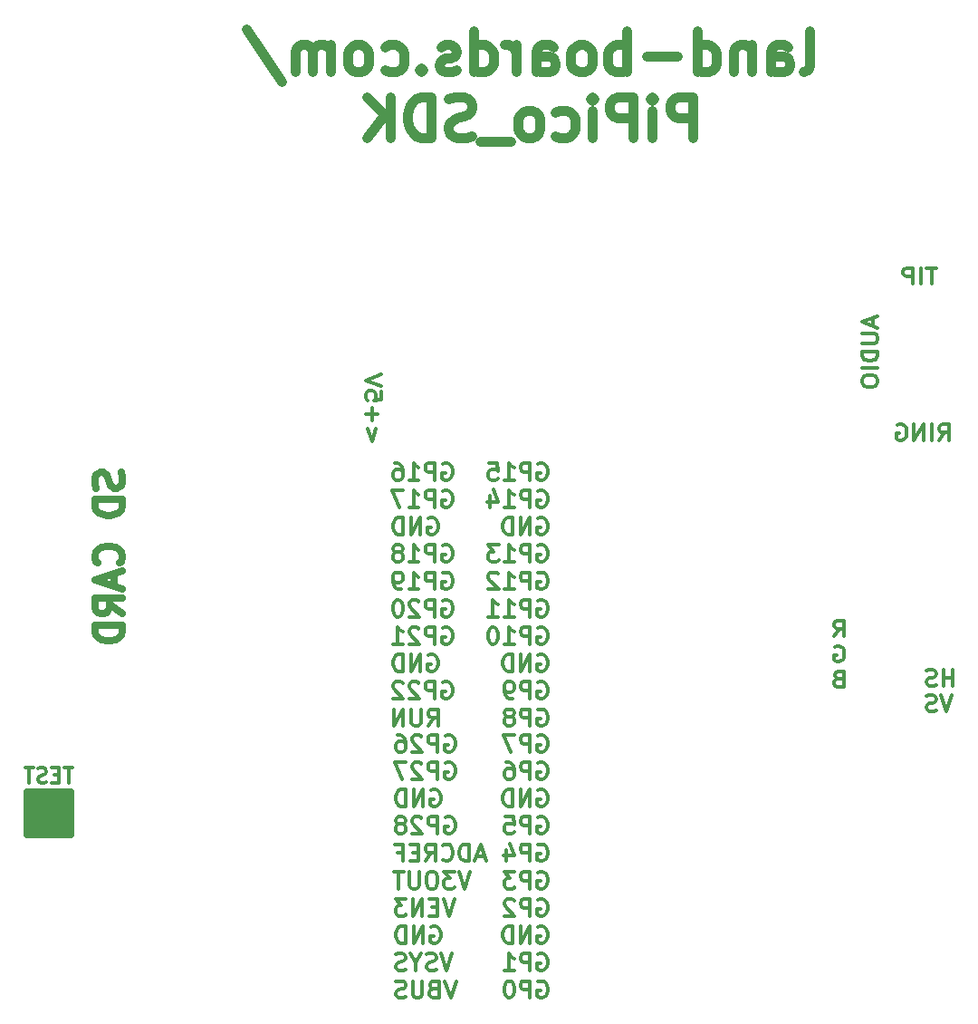
<source format=gbo>
G04 #@! TF.GenerationSoftware,KiCad,Pcbnew,(6.0.1)*
G04 #@! TF.CreationDate,2022-06-10T05:36:32-04:00*
G04 #@! TF.ProjectId,PiPico_SDK,50695069-636f-45f5-9344-4b2e6b696361,2*
G04 #@! TF.SameCoordinates,Original*
G04 #@! TF.FileFunction,Legend,Bot*
G04 #@! TF.FilePolarity,Positive*
%FSLAX46Y46*%
G04 Gerber Fmt 4.6, Leading zero omitted, Abs format (unit mm)*
G04 Created by KiCad (PCBNEW (6.0.1)) date 2022-06-10 05:36:32*
%MOMM*%
%LPD*%
G01*
G04 APERTURE LIST*
%ADD10C,0.304800*%
%ADD11C,0.952500*%
%ADD12C,0.635000*%
%ADD13C,0.317500*%
%ADD14C,0.650000*%
G04 APERTURE END LIST*
D10*
X362958500Y-74240595D02*
X363487667Y-73539071D01*
X363865643Y-74240595D02*
X363865643Y-72767395D01*
X363260881Y-72767395D01*
X363109691Y-72837548D01*
X363034096Y-72907700D01*
X362958500Y-73048005D01*
X362958500Y-73258462D01*
X363034096Y-73398767D01*
X363109691Y-73468919D01*
X363260881Y-73539071D01*
X363865643Y-73539071D01*
X363034096Y-75209400D02*
X363185286Y-75139247D01*
X363412072Y-75139247D01*
X363638858Y-75209400D01*
X363790048Y-75349704D01*
X363865643Y-75490009D01*
X363941239Y-75770619D01*
X363941239Y-75981076D01*
X363865643Y-76261685D01*
X363790048Y-76401990D01*
X363638858Y-76542295D01*
X363412072Y-76612447D01*
X363260881Y-76612447D01*
X363034096Y-76542295D01*
X362958500Y-76472142D01*
X362958500Y-75981076D01*
X363260881Y-75981076D01*
X363336477Y-78212623D02*
X363109691Y-78282775D01*
X363034096Y-78352928D01*
X362958500Y-78493232D01*
X362958500Y-78703690D01*
X363034096Y-78843994D01*
X363109691Y-78914147D01*
X363260881Y-78984299D01*
X363865643Y-78984299D01*
X363865643Y-77511099D01*
X363336477Y-77511099D01*
X363185286Y-77581252D01*
X363109691Y-77651404D01*
X363034096Y-77791709D01*
X363034096Y-77932013D01*
X363109691Y-78072318D01*
X363185286Y-78142471D01*
X363336477Y-78212623D01*
X363865643Y-78212623D01*
X372807048Y-55911447D02*
X373336215Y-55209923D01*
X373714191Y-55911447D02*
X373714191Y-54438247D01*
X373109429Y-54438247D01*
X372958239Y-54508400D01*
X372882643Y-54578552D01*
X372807048Y-54718857D01*
X372807048Y-54929314D01*
X372882643Y-55069619D01*
X372958239Y-55139771D01*
X373109429Y-55209923D01*
X373714191Y-55209923D01*
X372126691Y-55911447D02*
X372126691Y-54438247D01*
X371370739Y-55911447D02*
X371370739Y-54438247D01*
X370463596Y-55911447D01*
X370463596Y-54438247D01*
X368876096Y-54508400D02*
X369027286Y-54438247D01*
X369254072Y-54438247D01*
X369480858Y-54508400D01*
X369632048Y-54648704D01*
X369707643Y-54789009D01*
X369783239Y-55069619D01*
X369783239Y-55280076D01*
X369707643Y-55560685D01*
X369632048Y-55700990D01*
X369480858Y-55841295D01*
X369254072Y-55911447D01*
X369102881Y-55911447D01*
X368876096Y-55841295D01*
X368800500Y-55771142D01*
X368800500Y-55280076D01*
X369102881Y-55280076D01*
X366640533Y-44508903D02*
X366640533Y-45264856D01*
X367061447Y-44357713D02*
X365588247Y-44886880D01*
X367061447Y-45416046D01*
X365588247Y-45945213D02*
X366780838Y-45945213D01*
X366921142Y-46020808D01*
X366991295Y-46096403D01*
X367061447Y-46247594D01*
X367061447Y-46549975D01*
X366991295Y-46701165D01*
X366921142Y-46776760D01*
X366780838Y-46852356D01*
X365588247Y-46852356D01*
X367061447Y-47608308D02*
X365588247Y-47608308D01*
X365588247Y-47986284D01*
X365658400Y-48213070D01*
X365798704Y-48364260D01*
X365939009Y-48439856D01*
X366219619Y-48515451D01*
X366430076Y-48515451D01*
X366710685Y-48439856D01*
X366850990Y-48364260D01*
X366991295Y-48213070D01*
X367061447Y-47986284D01*
X367061447Y-47608308D01*
X367061447Y-49195808D02*
X365588247Y-49195808D01*
X365588247Y-50254141D02*
X365588247Y-50556522D01*
X365658400Y-50707713D01*
X365798704Y-50858903D01*
X366079314Y-50934499D01*
X366570380Y-50934499D01*
X366850990Y-50858903D01*
X366991295Y-50707713D01*
X367061447Y-50556522D01*
X367061447Y-50254141D01*
X366991295Y-50102951D01*
X366850990Y-49951760D01*
X366570380Y-49876165D01*
X366079314Y-49876165D01*
X365798704Y-49951760D01*
X365658400Y-50102951D01*
X365588247Y-50254141D01*
X335317356Y-83519813D02*
X335468546Y-83444217D01*
X335695332Y-83444217D01*
X335922118Y-83519813D01*
X336073308Y-83671003D01*
X336148903Y-83822193D01*
X336224499Y-84124574D01*
X336224499Y-84351360D01*
X336148903Y-84653741D01*
X336073308Y-84804932D01*
X335922118Y-84956122D01*
X335695332Y-85031717D01*
X335544141Y-85031717D01*
X335317356Y-84956122D01*
X335241760Y-84880527D01*
X335241760Y-84351360D01*
X335544141Y-84351360D01*
X334561403Y-85031717D02*
X334561403Y-83444217D01*
X333956641Y-83444217D01*
X333805451Y-83519813D01*
X333729856Y-83595408D01*
X333654260Y-83746598D01*
X333654260Y-83973384D01*
X333729856Y-84124574D01*
X333805451Y-84200170D01*
X333956641Y-84275765D01*
X334561403Y-84275765D01*
X333125094Y-83444217D02*
X332066760Y-83444217D01*
X332747118Y-85031717D01*
X335317356Y-86075688D02*
X335468546Y-86000092D01*
X335695332Y-86000092D01*
X335922118Y-86075688D01*
X336073308Y-86226878D01*
X336148903Y-86378068D01*
X336224499Y-86680449D01*
X336224499Y-86907235D01*
X336148903Y-87209616D01*
X336073308Y-87360807D01*
X335922118Y-87511997D01*
X335695332Y-87587592D01*
X335544141Y-87587592D01*
X335317356Y-87511997D01*
X335241760Y-87436402D01*
X335241760Y-86907235D01*
X335544141Y-86907235D01*
X334561403Y-87587592D02*
X334561403Y-86000092D01*
X333956641Y-86000092D01*
X333805451Y-86075688D01*
X333729856Y-86151283D01*
X333654260Y-86302473D01*
X333654260Y-86529259D01*
X333729856Y-86680449D01*
X333805451Y-86756045D01*
X333956641Y-86831640D01*
X334561403Y-86831640D01*
X332293546Y-86000092D02*
X332595927Y-86000092D01*
X332747118Y-86075688D01*
X332822713Y-86151283D01*
X332973903Y-86378068D01*
X333049499Y-86680449D01*
X333049499Y-87285211D01*
X332973903Y-87436402D01*
X332898308Y-87511997D01*
X332747118Y-87587592D01*
X332444737Y-87587592D01*
X332293546Y-87511997D01*
X332217951Y-87436402D01*
X332142356Y-87285211D01*
X332142356Y-86907235D01*
X332217951Y-86756045D01*
X332293546Y-86680449D01*
X332444737Y-86604854D01*
X332747118Y-86604854D01*
X332898308Y-86680449D01*
X332973903Y-86756045D01*
X333049499Y-86907235D01*
X335317356Y-88631563D02*
X335468546Y-88555967D01*
X335695332Y-88555967D01*
X335922118Y-88631563D01*
X336073308Y-88782753D01*
X336148903Y-88933943D01*
X336224499Y-89236324D01*
X336224499Y-89463110D01*
X336148903Y-89765491D01*
X336073308Y-89916682D01*
X335922118Y-90067872D01*
X335695332Y-90143467D01*
X335544141Y-90143467D01*
X335317356Y-90067872D01*
X335241760Y-89992277D01*
X335241760Y-89463110D01*
X335544141Y-89463110D01*
X334561403Y-90143467D02*
X334561403Y-88555967D01*
X333654260Y-90143467D01*
X333654260Y-88555967D01*
X332898308Y-90143467D02*
X332898308Y-88555967D01*
X332520332Y-88555967D01*
X332293546Y-88631563D01*
X332142356Y-88782753D01*
X332066760Y-88933943D01*
X331991165Y-89236324D01*
X331991165Y-89463110D01*
X332066760Y-89765491D01*
X332142356Y-89916682D01*
X332293546Y-90067872D01*
X332520332Y-90143467D01*
X332898308Y-90143467D01*
X335317356Y-91187438D02*
X335468546Y-91111842D01*
X335695332Y-91111842D01*
X335922118Y-91187438D01*
X336073308Y-91338628D01*
X336148903Y-91489818D01*
X336224499Y-91792199D01*
X336224499Y-92018985D01*
X336148903Y-92321366D01*
X336073308Y-92472557D01*
X335922118Y-92623747D01*
X335695332Y-92699342D01*
X335544141Y-92699342D01*
X335317356Y-92623747D01*
X335241760Y-92548152D01*
X335241760Y-92018985D01*
X335544141Y-92018985D01*
X334561403Y-92699342D02*
X334561403Y-91111842D01*
X333956641Y-91111842D01*
X333805451Y-91187438D01*
X333729856Y-91263033D01*
X333654260Y-91414223D01*
X333654260Y-91641009D01*
X333729856Y-91792199D01*
X333805451Y-91867795D01*
X333956641Y-91943390D01*
X334561403Y-91943390D01*
X332217951Y-91111842D02*
X332973903Y-91111842D01*
X333049499Y-91867795D01*
X332973903Y-91792199D01*
X332822713Y-91716604D01*
X332444737Y-91716604D01*
X332293546Y-91792199D01*
X332217951Y-91867795D01*
X332142356Y-92018985D01*
X332142356Y-92396961D01*
X332217951Y-92548152D01*
X332293546Y-92623747D01*
X332444737Y-92699342D01*
X332822713Y-92699342D01*
X332973903Y-92623747D01*
X333049499Y-92548152D01*
X335317356Y-93743313D02*
X335468546Y-93667717D01*
X335695332Y-93667717D01*
X335922118Y-93743313D01*
X336073308Y-93894503D01*
X336148903Y-94045693D01*
X336224499Y-94348074D01*
X336224499Y-94574860D01*
X336148903Y-94877241D01*
X336073308Y-95028432D01*
X335922118Y-95179622D01*
X335695332Y-95255217D01*
X335544141Y-95255217D01*
X335317356Y-95179622D01*
X335241760Y-95104027D01*
X335241760Y-94574860D01*
X335544141Y-94574860D01*
X334561403Y-95255217D02*
X334561403Y-93667717D01*
X333956641Y-93667717D01*
X333805451Y-93743313D01*
X333729856Y-93818908D01*
X333654260Y-93970098D01*
X333654260Y-94196884D01*
X333729856Y-94348074D01*
X333805451Y-94423670D01*
X333956641Y-94499265D01*
X334561403Y-94499265D01*
X332293546Y-94196884D02*
X332293546Y-95255217D01*
X332671522Y-93592122D02*
X333049499Y-94726051D01*
X332066760Y-94726051D01*
X335317356Y-96299188D02*
X335468546Y-96223592D01*
X335695332Y-96223592D01*
X335922118Y-96299188D01*
X336073308Y-96450378D01*
X336148903Y-96601568D01*
X336224499Y-96903949D01*
X336224499Y-97130735D01*
X336148903Y-97433116D01*
X336073308Y-97584307D01*
X335922118Y-97735497D01*
X335695332Y-97811092D01*
X335544141Y-97811092D01*
X335317356Y-97735497D01*
X335241760Y-97659902D01*
X335241760Y-97130735D01*
X335544141Y-97130735D01*
X334561403Y-97811092D02*
X334561403Y-96223592D01*
X333956641Y-96223592D01*
X333805451Y-96299188D01*
X333729856Y-96374783D01*
X333654260Y-96525973D01*
X333654260Y-96752759D01*
X333729856Y-96903949D01*
X333805451Y-96979545D01*
X333956641Y-97055140D01*
X334561403Y-97055140D01*
X333125094Y-96223592D02*
X332142356Y-96223592D01*
X332671522Y-96828354D01*
X332444737Y-96828354D01*
X332293546Y-96903949D01*
X332217951Y-96979545D01*
X332142356Y-97130735D01*
X332142356Y-97508711D01*
X332217951Y-97659902D01*
X332293546Y-97735497D01*
X332444737Y-97811092D01*
X332898308Y-97811092D01*
X333049499Y-97735497D01*
X333125094Y-97659902D01*
X335317356Y-98855063D02*
X335468546Y-98779467D01*
X335695332Y-98779467D01*
X335922118Y-98855063D01*
X336073308Y-99006253D01*
X336148903Y-99157443D01*
X336224499Y-99459824D01*
X336224499Y-99686610D01*
X336148903Y-99988991D01*
X336073308Y-100140182D01*
X335922118Y-100291372D01*
X335695332Y-100366967D01*
X335544141Y-100366967D01*
X335317356Y-100291372D01*
X335241760Y-100215777D01*
X335241760Y-99686610D01*
X335544141Y-99686610D01*
X334561403Y-100366967D02*
X334561403Y-98779467D01*
X333956641Y-98779467D01*
X333805451Y-98855063D01*
X333729856Y-98930658D01*
X333654260Y-99081848D01*
X333654260Y-99308634D01*
X333729856Y-99459824D01*
X333805451Y-99535420D01*
X333956641Y-99611015D01*
X334561403Y-99611015D01*
X333049499Y-98930658D02*
X332973903Y-98855063D01*
X332822713Y-98779467D01*
X332444737Y-98779467D01*
X332293546Y-98855063D01*
X332217951Y-98930658D01*
X332142356Y-99081848D01*
X332142356Y-99233039D01*
X332217951Y-99459824D01*
X333125094Y-100366967D01*
X332142356Y-100366967D01*
X335317356Y-101410938D02*
X335468546Y-101335342D01*
X335695332Y-101335342D01*
X335922118Y-101410938D01*
X336073308Y-101562128D01*
X336148903Y-101713318D01*
X336224499Y-102015699D01*
X336224499Y-102242485D01*
X336148903Y-102544866D01*
X336073308Y-102696057D01*
X335922118Y-102847247D01*
X335695332Y-102922842D01*
X335544141Y-102922842D01*
X335317356Y-102847247D01*
X335241760Y-102771652D01*
X335241760Y-102242485D01*
X335544141Y-102242485D01*
X334561403Y-102922842D02*
X334561403Y-101335342D01*
X333654260Y-102922842D01*
X333654260Y-101335342D01*
X332898308Y-102922842D02*
X332898308Y-101335342D01*
X332520332Y-101335342D01*
X332293546Y-101410938D01*
X332142356Y-101562128D01*
X332066760Y-101713318D01*
X331991165Y-102015699D01*
X331991165Y-102242485D01*
X332066760Y-102544866D01*
X332142356Y-102696057D01*
X332293546Y-102847247D01*
X332520332Y-102922842D01*
X332898308Y-102922842D01*
X335317356Y-103966813D02*
X335468546Y-103891217D01*
X335695332Y-103891217D01*
X335922118Y-103966813D01*
X336073308Y-104118003D01*
X336148903Y-104269193D01*
X336224499Y-104571574D01*
X336224499Y-104798360D01*
X336148903Y-105100741D01*
X336073308Y-105251932D01*
X335922118Y-105403122D01*
X335695332Y-105478717D01*
X335544141Y-105478717D01*
X335317356Y-105403122D01*
X335241760Y-105327527D01*
X335241760Y-104798360D01*
X335544141Y-104798360D01*
X334561403Y-105478717D02*
X334561403Y-103891217D01*
X333956641Y-103891217D01*
X333805451Y-103966813D01*
X333729856Y-104042408D01*
X333654260Y-104193598D01*
X333654260Y-104420384D01*
X333729856Y-104571574D01*
X333805451Y-104647170D01*
X333956641Y-104722765D01*
X334561403Y-104722765D01*
X332142356Y-105478717D02*
X333049499Y-105478717D01*
X332595927Y-105478717D02*
X332595927Y-103891217D01*
X332747118Y-104118003D01*
X332898308Y-104269193D01*
X333049499Y-104344789D01*
X335317356Y-106522688D02*
X335468546Y-106447092D01*
X335695332Y-106447092D01*
X335922118Y-106522688D01*
X336073308Y-106673878D01*
X336148903Y-106825068D01*
X336224499Y-107127449D01*
X336224499Y-107354235D01*
X336148903Y-107656616D01*
X336073308Y-107807807D01*
X335922118Y-107958997D01*
X335695332Y-108034592D01*
X335544141Y-108034592D01*
X335317356Y-107958997D01*
X335241760Y-107883402D01*
X335241760Y-107354235D01*
X335544141Y-107354235D01*
X334561403Y-108034592D02*
X334561403Y-106447092D01*
X333956641Y-106447092D01*
X333805451Y-106522688D01*
X333729856Y-106598283D01*
X333654260Y-106749473D01*
X333654260Y-106976259D01*
X333729856Y-107127449D01*
X333805451Y-107203045D01*
X333956641Y-107278640D01*
X334561403Y-107278640D01*
X332671522Y-106447092D02*
X332520332Y-106447092D01*
X332369141Y-106522688D01*
X332293546Y-106598283D01*
X332217951Y-106749473D01*
X332142356Y-107051854D01*
X332142356Y-107429830D01*
X332217951Y-107732211D01*
X332293546Y-107883402D01*
X332369141Y-107958997D01*
X332520332Y-108034592D01*
X332671522Y-108034592D01*
X332822713Y-107958997D01*
X332898308Y-107883402D01*
X332973903Y-107732211D01*
X333049499Y-107429830D01*
X333049499Y-107051854D01*
X332973903Y-106749473D01*
X332898308Y-106598283D01*
X332822713Y-106522688D01*
X332671522Y-106447092D01*
D11*
X360135714Y-21516521D02*
X360498571Y-21335092D01*
X360680000Y-20972235D01*
X360680000Y-17706521D01*
X357051428Y-21516521D02*
X357051428Y-19520807D01*
X357232857Y-19157950D01*
X357595714Y-18976521D01*
X358321428Y-18976521D01*
X358684285Y-19157950D01*
X357051428Y-21335092D02*
X357414285Y-21516521D01*
X358321428Y-21516521D01*
X358684285Y-21335092D01*
X358865714Y-20972235D01*
X358865714Y-20609378D01*
X358684285Y-20246521D01*
X358321428Y-20065092D01*
X357414285Y-20065092D01*
X357051428Y-19883664D01*
X355237142Y-18976521D02*
X355237142Y-21516521D01*
X355237142Y-19339378D02*
X355055714Y-19157950D01*
X354692857Y-18976521D01*
X354148571Y-18976521D01*
X353785714Y-19157950D01*
X353604285Y-19520807D01*
X353604285Y-21516521D01*
X350157142Y-21516521D02*
X350157142Y-17706521D01*
X350157142Y-21335092D02*
X350520000Y-21516521D01*
X351245714Y-21516521D01*
X351608571Y-21335092D01*
X351790000Y-21153664D01*
X351971428Y-20790807D01*
X351971428Y-19702235D01*
X351790000Y-19339378D01*
X351608571Y-19157950D01*
X351245714Y-18976521D01*
X350520000Y-18976521D01*
X350157142Y-19157950D01*
X348342857Y-20065092D02*
X345440000Y-20065092D01*
X343625714Y-21516521D02*
X343625714Y-17706521D01*
X343625714Y-19157950D02*
X343262857Y-18976521D01*
X342537142Y-18976521D01*
X342174285Y-19157950D01*
X341992857Y-19339378D01*
X341811428Y-19702235D01*
X341811428Y-20790807D01*
X341992857Y-21153664D01*
X342174285Y-21335092D01*
X342537142Y-21516521D01*
X343262857Y-21516521D01*
X343625714Y-21335092D01*
X339634285Y-21516521D02*
X339997142Y-21335092D01*
X340178571Y-21153664D01*
X340360000Y-20790807D01*
X340360000Y-19702235D01*
X340178571Y-19339378D01*
X339997142Y-19157950D01*
X339634285Y-18976521D01*
X339090000Y-18976521D01*
X338727142Y-19157950D01*
X338545714Y-19339378D01*
X338364285Y-19702235D01*
X338364285Y-20790807D01*
X338545714Y-21153664D01*
X338727142Y-21335092D01*
X339090000Y-21516521D01*
X339634285Y-21516521D01*
X335098571Y-21516521D02*
X335098571Y-19520807D01*
X335280000Y-19157950D01*
X335642857Y-18976521D01*
X336368571Y-18976521D01*
X336731428Y-19157950D01*
X335098571Y-21335092D02*
X335461428Y-21516521D01*
X336368571Y-21516521D01*
X336731428Y-21335092D01*
X336912857Y-20972235D01*
X336912857Y-20609378D01*
X336731428Y-20246521D01*
X336368571Y-20065092D01*
X335461428Y-20065092D01*
X335098571Y-19883664D01*
X333284285Y-21516521D02*
X333284285Y-18976521D01*
X333284285Y-19702235D02*
X333102857Y-19339378D01*
X332921428Y-19157950D01*
X332558571Y-18976521D01*
X332195714Y-18976521D01*
X329292857Y-21516521D02*
X329292857Y-17706521D01*
X329292857Y-21335092D02*
X329655714Y-21516521D01*
X330381428Y-21516521D01*
X330744285Y-21335092D01*
X330925714Y-21153664D01*
X331107142Y-20790807D01*
X331107142Y-19702235D01*
X330925714Y-19339378D01*
X330744285Y-19157950D01*
X330381428Y-18976521D01*
X329655714Y-18976521D01*
X329292857Y-19157950D01*
X327660000Y-21335092D02*
X327297142Y-21516521D01*
X326571428Y-21516521D01*
X326208571Y-21335092D01*
X326027142Y-20972235D01*
X326027142Y-20790807D01*
X326208571Y-20427950D01*
X326571428Y-20246521D01*
X327115714Y-20246521D01*
X327478571Y-20065092D01*
X327660000Y-19702235D01*
X327660000Y-19520807D01*
X327478571Y-19157950D01*
X327115714Y-18976521D01*
X326571428Y-18976521D01*
X326208571Y-19157950D01*
X324394285Y-21153664D02*
X324212857Y-21335092D01*
X324394285Y-21516521D01*
X324575714Y-21335092D01*
X324394285Y-21153664D01*
X324394285Y-21516521D01*
X320947142Y-21335092D02*
X321310000Y-21516521D01*
X322035714Y-21516521D01*
X322398571Y-21335092D01*
X322580000Y-21153664D01*
X322761428Y-20790807D01*
X322761428Y-19702235D01*
X322580000Y-19339378D01*
X322398571Y-19157950D01*
X322035714Y-18976521D01*
X321310000Y-18976521D01*
X320947142Y-19157950D01*
X318770000Y-21516521D02*
X319132857Y-21335092D01*
X319314285Y-21153664D01*
X319495714Y-20790807D01*
X319495714Y-19702235D01*
X319314285Y-19339378D01*
X319132857Y-19157950D01*
X318770000Y-18976521D01*
X318225714Y-18976521D01*
X317862857Y-19157950D01*
X317681428Y-19339378D01*
X317500000Y-19702235D01*
X317500000Y-20790807D01*
X317681428Y-21153664D01*
X317862857Y-21335092D01*
X318225714Y-21516521D01*
X318770000Y-21516521D01*
X315867142Y-21516521D02*
X315867142Y-18976521D01*
X315867142Y-19339378D02*
X315685714Y-19157950D01*
X315322857Y-18976521D01*
X314778571Y-18976521D01*
X314415714Y-19157950D01*
X314234285Y-19520807D01*
X314234285Y-21516521D01*
X314234285Y-19520807D02*
X314052857Y-19157950D01*
X313690000Y-18976521D01*
X313145714Y-18976521D01*
X312782857Y-19157950D01*
X312601428Y-19520807D01*
X312601428Y-21516521D01*
X308065714Y-17525092D02*
X311331428Y-22423664D01*
X349794285Y-27650621D02*
X349794285Y-23840621D01*
X348342857Y-23840621D01*
X347980000Y-24022050D01*
X347798571Y-24203478D01*
X347617142Y-24566335D01*
X347617142Y-25110621D01*
X347798571Y-25473478D01*
X347980000Y-25654907D01*
X348342857Y-25836335D01*
X349794285Y-25836335D01*
X345984285Y-27650621D02*
X345984285Y-25110621D01*
X345984285Y-23840621D02*
X346165714Y-24022050D01*
X345984285Y-24203478D01*
X345802857Y-24022050D01*
X345984285Y-23840621D01*
X345984285Y-24203478D01*
X344170000Y-27650621D02*
X344170000Y-23840621D01*
X342718571Y-23840621D01*
X342355714Y-24022050D01*
X342174285Y-24203478D01*
X341992857Y-24566335D01*
X341992857Y-25110621D01*
X342174285Y-25473478D01*
X342355714Y-25654907D01*
X342718571Y-25836335D01*
X344170000Y-25836335D01*
X340360000Y-27650621D02*
X340360000Y-25110621D01*
X340360000Y-23840621D02*
X340541428Y-24022050D01*
X340360000Y-24203478D01*
X340178571Y-24022050D01*
X340360000Y-23840621D01*
X340360000Y-24203478D01*
X336912857Y-27469192D02*
X337275714Y-27650621D01*
X338001428Y-27650621D01*
X338364285Y-27469192D01*
X338545714Y-27287764D01*
X338727142Y-26924907D01*
X338727142Y-25836335D01*
X338545714Y-25473478D01*
X338364285Y-25292050D01*
X338001428Y-25110621D01*
X337275714Y-25110621D01*
X336912857Y-25292050D01*
X334735714Y-27650621D02*
X335098571Y-27469192D01*
X335280000Y-27287764D01*
X335461428Y-26924907D01*
X335461428Y-25836335D01*
X335280000Y-25473478D01*
X335098571Y-25292050D01*
X334735714Y-25110621D01*
X334191428Y-25110621D01*
X333828571Y-25292050D01*
X333647142Y-25473478D01*
X333465714Y-25836335D01*
X333465714Y-26924907D01*
X333647142Y-27287764D01*
X333828571Y-27469192D01*
X334191428Y-27650621D01*
X334735714Y-27650621D01*
X332740000Y-28013478D02*
X329837142Y-28013478D01*
X329111428Y-27469192D02*
X328567142Y-27650621D01*
X327660000Y-27650621D01*
X327297142Y-27469192D01*
X327115714Y-27287764D01*
X326934285Y-26924907D01*
X326934285Y-26562050D01*
X327115714Y-26199192D01*
X327297142Y-26017764D01*
X327660000Y-25836335D01*
X328385714Y-25654907D01*
X328748571Y-25473478D01*
X328930000Y-25292050D01*
X329111428Y-24929192D01*
X329111428Y-24566335D01*
X328930000Y-24203478D01*
X328748571Y-24022050D01*
X328385714Y-23840621D01*
X327478571Y-23840621D01*
X326934285Y-24022050D01*
X325301428Y-27650621D02*
X325301428Y-23840621D01*
X324394285Y-23840621D01*
X323850000Y-24022050D01*
X323487142Y-24384907D01*
X323305714Y-24747764D01*
X323124285Y-25473478D01*
X323124285Y-26017764D01*
X323305714Y-26743478D01*
X323487142Y-27106335D01*
X323850000Y-27469192D01*
X324394285Y-27650621D01*
X325301428Y-27650621D01*
X321491428Y-27650621D02*
X321491428Y-23840621D01*
X319314285Y-27650621D02*
X320947142Y-25473478D01*
X319314285Y-23840621D02*
X321491428Y-26017764D01*
D10*
X326418405Y-58119813D02*
X326569596Y-58044217D01*
X326796381Y-58044217D01*
X327023167Y-58119813D01*
X327174358Y-58271003D01*
X327249953Y-58422193D01*
X327325548Y-58724574D01*
X327325548Y-58951360D01*
X327249953Y-59253741D01*
X327174358Y-59404932D01*
X327023167Y-59556122D01*
X326796381Y-59631717D01*
X326645191Y-59631717D01*
X326418405Y-59556122D01*
X326342810Y-59480527D01*
X326342810Y-58951360D01*
X326645191Y-58951360D01*
X325662453Y-59631717D02*
X325662453Y-58044217D01*
X325057691Y-58044217D01*
X324906500Y-58119813D01*
X324830905Y-58195408D01*
X324755310Y-58346598D01*
X324755310Y-58573384D01*
X324830905Y-58724574D01*
X324906500Y-58800170D01*
X325057691Y-58875765D01*
X325662453Y-58875765D01*
X323243405Y-59631717D02*
X324150548Y-59631717D01*
X323696977Y-59631717D02*
X323696977Y-58044217D01*
X323848167Y-58271003D01*
X323999358Y-58422193D01*
X324150548Y-58497789D01*
X321882691Y-58044217D02*
X322185072Y-58044217D01*
X322336262Y-58119813D01*
X322411858Y-58195408D01*
X322563048Y-58422193D01*
X322638643Y-58724574D01*
X322638643Y-59329336D01*
X322563048Y-59480527D01*
X322487453Y-59556122D01*
X322336262Y-59631717D01*
X322033881Y-59631717D01*
X321882691Y-59556122D01*
X321807096Y-59480527D01*
X321731500Y-59329336D01*
X321731500Y-58951360D01*
X321807096Y-58800170D01*
X321882691Y-58724574D01*
X322033881Y-58648979D01*
X322336262Y-58648979D01*
X322487453Y-58724574D01*
X322563048Y-58800170D01*
X322638643Y-58951360D01*
X326418405Y-60675688D02*
X326569596Y-60600092D01*
X326796381Y-60600092D01*
X327023167Y-60675688D01*
X327174358Y-60826878D01*
X327249953Y-60978068D01*
X327325548Y-61280449D01*
X327325548Y-61507235D01*
X327249953Y-61809616D01*
X327174358Y-61960807D01*
X327023167Y-62111997D01*
X326796381Y-62187592D01*
X326645191Y-62187592D01*
X326418405Y-62111997D01*
X326342810Y-62036402D01*
X326342810Y-61507235D01*
X326645191Y-61507235D01*
X325662453Y-62187592D02*
X325662453Y-60600092D01*
X325057691Y-60600092D01*
X324906500Y-60675688D01*
X324830905Y-60751283D01*
X324755310Y-60902473D01*
X324755310Y-61129259D01*
X324830905Y-61280449D01*
X324906500Y-61356045D01*
X325057691Y-61431640D01*
X325662453Y-61431640D01*
X323243405Y-62187592D02*
X324150548Y-62187592D01*
X323696977Y-62187592D02*
X323696977Y-60600092D01*
X323848167Y-60826878D01*
X323999358Y-60978068D01*
X324150548Y-61053664D01*
X322714239Y-60600092D02*
X321655905Y-60600092D01*
X322336262Y-62187592D01*
X325057691Y-63231563D02*
X325208881Y-63155967D01*
X325435667Y-63155967D01*
X325662453Y-63231563D01*
X325813643Y-63382753D01*
X325889239Y-63533943D01*
X325964834Y-63836324D01*
X325964834Y-64063110D01*
X325889239Y-64365491D01*
X325813643Y-64516682D01*
X325662453Y-64667872D01*
X325435667Y-64743467D01*
X325284477Y-64743467D01*
X325057691Y-64667872D01*
X324982096Y-64592277D01*
X324982096Y-64063110D01*
X325284477Y-64063110D01*
X324301739Y-64743467D02*
X324301739Y-63155967D01*
X323394596Y-64743467D01*
X323394596Y-63155967D01*
X322638643Y-64743467D02*
X322638643Y-63155967D01*
X322260667Y-63155967D01*
X322033881Y-63231563D01*
X321882691Y-63382753D01*
X321807096Y-63533943D01*
X321731500Y-63836324D01*
X321731500Y-64063110D01*
X321807096Y-64365491D01*
X321882691Y-64516682D01*
X322033881Y-64667872D01*
X322260667Y-64743467D01*
X322638643Y-64743467D01*
X326418405Y-65787438D02*
X326569596Y-65711842D01*
X326796381Y-65711842D01*
X327023167Y-65787438D01*
X327174358Y-65938628D01*
X327249953Y-66089818D01*
X327325548Y-66392199D01*
X327325548Y-66618985D01*
X327249953Y-66921366D01*
X327174358Y-67072557D01*
X327023167Y-67223747D01*
X326796381Y-67299342D01*
X326645191Y-67299342D01*
X326418405Y-67223747D01*
X326342810Y-67148152D01*
X326342810Y-66618985D01*
X326645191Y-66618985D01*
X325662453Y-67299342D02*
X325662453Y-65711842D01*
X325057691Y-65711842D01*
X324906500Y-65787438D01*
X324830905Y-65863033D01*
X324755310Y-66014223D01*
X324755310Y-66241009D01*
X324830905Y-66392199D01*
X324906500Y-66467795D01*
X325057691Y-66543390D01*
X325662453Y-66543390D01*
X323243405Y-67299342D02*
X324150548Y-67299342D01*
X323696977Y-67299342D02*
X323696977Y-65711842D01*
X323848167Y-65938628D01*
X323999358Y-66089818D01*
X324150548Y-66165414D01*
X322336262Y-66392199D02*
X322487453Y-66316604D01*
X322563048Y-66241009D01*
X322638643Y-66089818D01*
X322638643Y-66014223D01*
X322563048Y-65863033D01*
X322487453Y-65787438D01*
X322336262Y-65711842D01*
X322033881Y-65711842D01*
X321882691Y-65787438D01*
X321807096Y-65863033D01*
X321731500Y-66014223D01*
X321731500Y-66089818D01*
X321807096Y-66241009D01*
X321882691Y-66316604D01*
X322033881Y-66392199D01*
X322336262Y-66392199D01*
X322487453Y-66467795D01*
X322563048Y-66543390D01*
X322638643Y-66694580D01*
X322638643Y-66996961D01*
X322563048Y-67148152D01*
X322487453Y-67223747D01*
X322336262Y-67299342D01*
X322033881Y-67299342D01*
X321882691Y-67223747D01*
X321807096Y-67148152D01*
X321731500Y-66996961D01*
X321731500Y-66694580D01*
X321807096Y-66543390D01*
X321882691Y-66467795D01*
X322033881Y-66392199D01*
X326418405Y-68343313D02*
X326569596Y-68267717D01*
X326796381Y-68267717D01*
X327023167Y-68343313D01*
X327174358Y-68494503D01*
X327249953Y-68645693D01*
X327325548Y-68948074D01*
X327325548Y-69174860D01*
X327249953Y-69477241D01*
X327174358Y-69628432D01*
X327023167Y-69779622D01*
X326796381Y-69855217D01*
X326645191Y-69855217D01*
X326418405Y-69779622D01*
X326342810Y-69704027D01*
X326342810Y-69174860D01*
X326645191Y-69174860D01*
X325662453Y-69855217D02*
X325662453Y-68267717D01*
X325057691Y-68267717D01*
X324906500Y-68343313D01*
X324830905Y-68418908D01*
X324755310Y-68570098D01*
X324755310Y-68796884D01*
X324830905Y-68948074D01*
X324906500Y-69023670D01*
X325057691Y-69099265D01*
X325662453Y-69099265D01*
X323243405Y-69855217D02*
X324150548Y-69855217D01*
X323696977Y-69855217D02*
X323696977Y-68267717D01*
X323848167Y-68494503D01*
X323999358Y-68645693D01*
X324150548Y-68721289D01*
X322487453Y-69855217D02*
X322185072Y-69855217D01*
X322033881Y-69779622D01*
X321958286Y-69704027D01*
X321807096Y-69477241D01*
X321731500Y-69174860D01*
X321731500Y-68570098D01*
X321807096Y-68418908D01*
X321882691Y-68343313D01*
X322033881Y-68267717D01*
X322336262Y-68267717D01*
X322487453Y-68343313D01*
X322563048Y-68418908D01*
X322638643Y-68570098D01*
X322638643Y-68948074D01*
X322563048Y-69099265D01*
X322487453Y-69174860D01*
X322336262Y-69250455D01*
X322033881Y-69250455D01*
X321882691Y-69174860D01*
X321807096Y-69099265D01*
X321731500Y-68948074D01*
X326418405Y-70899188D02*
X326569596Y-70823592D01*
X326796381Y-70823592D01*
X327023167Y-70899188D01*
X327174358Y-71050378D01*
X327249953Y-71201568D01*
X327325548Y-71503949D01*
X327325548Y-71730735D01*
X327249953Y-72033116D01*
X327174358Y-72184307D01*
X327023167Y-72335497D01*
X326796381Y-72411092D01*
X326645191Y-72411092D01*
X326418405Y-72335497D01*
X326342810Y-72259902D01*
X326342810Y-71730735D01*
X326645191Y-71730735D01*
X325662453Y-72411092D02*
X325662453Y-70823592D01*
X325057691Y-70823592D01*
X324906500Y-70899188D01*
X324830905Y-70974783D01*
X324755310Y-71125973D01*
X324755310Y-71352759D01*
X324830905Y-71503949D01*
X324906500Y-71579545D01*
X325057691Y-71655140D01*
X325662453Y-71655140D01*
X324150548Y-70974783D02*
X324074953Y-70899188D01*
X323923762Y-70823592D01*
X323545786Y-70823592D01*
X323394596Y-70899188D01*
X323319000Y-70974783D01*
X323243405Y-71125973D01*
X323243405Y-71277164D01*
X323319000Y-71503949D01*
X324226143Y-72411092D01*
X323243405Y-72411092D01*
X322260667Y-70823592D02*
X322109477Y-70823592D01*
X321958286Y-70899188D01*
X321882691Y-70974783D01*
X321807096Y-71125973D01*
X321731500Y-71428354D01*
X321731500Y-71806330D01*
X321807096Y-72108711D01*
X321882691Y-72259902D01*
X321958286Y-72335497D01*
X322109477Y-72411092D01*
X322260667Y-72411092D01*
X322411858Y-72335497D01*
X322487453Y-72259902D01*
X322563048Y-72108711D01*
X322638643Y-71806330D01*
X322638643Y-71428354D01*
X322563048Y-71125973D01*
X322487453Y-70974783D01*
X322411858Y-70899188D01*
X322260667Y-70823592D01*
X326418405Y-73455063D02*
X326569596Y-73379467D01*
X326796381Y-73379467D01*
X327023167Y-73455063D01*
X327174358Y-73606253D01*
X327249953Y-73757443D01*
X327325548Y-74059824D01*
X327325548Y-74286610D01*
X327249953Y-74588991D01*
X327174358Y-74740182D01*
X327023167Y-74891372D01*
X326796381Y-74966967D01*
X326645191Y-74966967D01*
X326418405Y-74891372D01*
X326342810Y-74815777D01*
X326342810Y-74286610D01*
X326645191Y-74286610D01*
X325662453Y-74966967D02*
X325662453Y-73379467D01*
X325057691Y-73379467D01*
X324906500Y-73455063D01*
X324830905Y-73530658D01*
X324755310Y-73681848D01*
X324755310Y-73908634D01*
X324830905Y-74059824D01*
X324906500Y-74135420D01*
X325057691Y-74211015D01*
X325662453Y-74211015D01*
X324150548Y-73530658D02*
X324074953Y-73455063D01*
X323923762Y-73379467D01*
X323545786Y-73379467D01*
X323394596Y-73455063D01*
X323319000Y-73530658D01*
X323243405Y-73681848D01*
X323243405Y-73833039D01*
X323319000Y-74059824D01*
X324226143Y-74966967D01*
X323243405Y-74966967D01*
X321731500Y-74966967D02*
X322638643Y-74966967D01*
X322185072Y-74966967D02*
X322185072Y-73379467D01*
X322336262Y-73606253D01*
X322487453Y-73757443D01*
X322638643Y-73833039D01*
X325057691Y-76010938D02*
X325208881Y-75935342D01*
X325435667Y-75935342D01*
X325662453Y-76010938D01*
X325813643Y-76162128D01*
X325889239Y-76313318D01*
X325964834Y-76615699D01*
X325964834Y-76842485D01*
X325889239Y-77144866D01*
X325813643Y-77296057D01*
X325662453Y-77447247D01*
X325435667Y-77522842D01*
X325284477Y-77522842D01*
X325057691Y-77447247D01*
X324982096Y-77371652D01*
X324982096Y-76842485D01*
X325284477Y-76842485D01*
X324301739Y-77522842D02*
X324301739Y-75935342D01*
X323394596Y-77522842D01*
X323394596Y-75935342D01*
X322638643Y-77522842D02*
X322638643Y-75935342D01*
X322260667Y-75935342D01*
X322033881Y-76010938D01*
X321882691Y-76162128D01*
X321807096Y-76313318D01*
X321731500Y-76615699D01*
X321731500Y-76842485D01*
X321807096Y-77144866D01*
X321882691Y-77296057D01*
X322033881Y-77447247D01*
X322260667Y-77522842D01*
X322638643Y-77522842D01*
X326418405Y-78566813D02*
X326569596Y-78491217D01*
X326796381Y-78491217D01*
X327023167Y-78566813D01*
X327174358Y-78718003D01*
X327249953Y-78869193D01*
X327325548Y-79171574D01*
X327325548Y-79398360D01*
X327249953Y-79700741D01*
X327174358Y-79851932D01*
X327023167Y-80003122D01*
X326796381Y-80078717D01*
X326645191Y-80078717D01*
X326418405Y-80003122D01*
X326342810Y-79927527D01*
X326342810Y-79398360D01*
X326645191Y-79398360D01*
X325662453Y-80078717D02*
X325662453Y-78491217D01*
X325057691Y-78491217D01*
X324906500Y-78566813D01*
X324830905Y-78642408D01*
X324755310Y-78793598D01*
X324755310Y-79020384D01*
X324830905Y-79171574D01*
X324906500Y-79247170D01*
X325057691Y-79322765D01*
X325662453Y-79322765D01*
X324150548Y-78642408D02*
X324074953Y-78566813D01*
X323923762Y-78491217D01*
X323545786Y-78491217D01*
X323394596Y-78566813D01*
X323319000Y-78642408D01*
X323243405Y-78793598D01*
X323243405Y-78944789D01*
X323319000Y-79171574D01*
X324226143Y-80078717D01*
X323243405Y-80078717D01*
X322638643Y-78642408D02*
X322563048Y-78566813D01*
X322411858Y-78491217D01*
X322033881Y-78491217D01*
X321882691Y-78566813D01*
X321807096Y-78642408D01*
X321731500Y-78793598D01*
X321731500Y-78944789D01*
X321807096Y-79171574D01*
X322714239Y-80078717D01*
X321731500Y-80078717D01*
X325057691Y-82634592D02*
X325586858Y-81878640D01*
X325964834Y-82634592D02*
X325964834Y-81047092D01*
X325360072Y-81047092D01*
X325208881Y-81122688D01*
X325133286Y-81198283D01*
X325057691Y-81349473D01*
X325057691Y-81576259D01*
X325133286Y-81727449D01*
X325208881Y-81803045D01*
X325360072Y-81878640D01*
X325964834Y-81878640D01*
X324377334Y-81047092D02*
X324377334Y-82332211D01*
X324301739Y-82483402D01*
X324226143Y-82558997D01*
X324074953Y-82634592D01*
X323772572Y-82634592D01*
X323621381Y-82558997D01*
X323545786Y-82483402D01*
X323470191Y-82332211D01*
X323470191Y-81047092D01*
X322714239Y-82634592D02*
X322714239Y-81047092D01*
X321807096Y-82634592D01*
X321807096Y-81047092D01*
X374089143Y-78855521D02*
X374089143Y-77382321D01*
X374089143Y-78083845D02*
X373182000Y-78083845D01*
X373182000Y-78855521D02*
X373182000Y-77382321D01*
X372501643Y-78785369D02*
X372274858Y-78855521D01*
X371896881Y-78855521D01*
X371745691Y-78785369D01*
X371670096Y-78715216D01*
X371594500Y-78574912D01*
X371594500Y-78434607D01*
X371670096Y-78294302D01*
X371745691Y-78224150D01*
X371896881Y-78153997D01*
X372199262Y-78083845D01*
X372350453Y-78013693D01*
X372426048Y-77943540D01*
X372501643Y-77803235D01*
X372501643Y-77662931D01*
X372426048Y-77522626D01*
X372350453Y-77452474D01*
X372199262Y-77382321D01*
X371821286Y-77382321D01*
X371594500Y-77452474D01*
X374013548Y-79754173D02*
X373484381Y-81227373D01*
X372955215Y-79754173D01*
X372501643Y-81157221D02*
X372274858Y-81227373D01*
X371896881Y-81227373D01*
X371745691Y-81157221D01*
X371670096Y-81087068D01*
X371594500Y-80946764D01*
X371594500Y-80806459D01*
X371670096Y-80666154D01*
X371745691Y-80596002D01*
X371896881Y-80525849D01*
X372199262Y-80455697D01*
X372350453Y-80385545D01*
X372426048Y-80315392D01*
X372501643Y-80175087D01*
X372501643Y-80034783D01*
X372426048Y-79894478D01*
X372350453Y-79824326D01*
X372199262Y-79754173D01*
X371821286Y-79754173D01*
X371594500Y-79824326D01*
X320173685Y-54858191D02*
X319752771Y-56067715D01*
X319331857Y-54858191D01*
X319752771Y-54102239D02*
X319752771Y-52892715D01*
X319191552Y-53497477D02*
X320313990Y-53497477D01*
X320664752Y-51380810D02*
X320664752Y-52136762D01*
X319963228Y-52212358D01*
X320033380Y-52136762D01*
X320103533Y-51985572D01*
X320103533Y-51607596D01*
X320033380Y-51456405D01*
X319963228Y-51380810D01*
X319822923Y-51305215D01*
X319472161Y-51305215D01*
X319331857Y-51380810D01*
X319261704Y-51456405D01*
X319191552Y-51607596D01*
X319191552Y-51985572D01*
X319261704Y-52136762D01*
X319331857Y-52212358D01*
X320664752Y-50851643D02*
X319191552Y-50322477D01*
X320664752Y-49793310D01*
D12*
X296303095Y-58944630D02*
X296424047Y-59307488D01*
X296424047Y-59912250D01*
X296303095Y-60154154D01*
X296182142Y-60275107D01*
X295940238Y-60396059D01*
X295698333Y-60396059D01*
X295456428Y-60275107D01*
X295335476Y-60154154D01*
X295214523Y-59912250D01*
X295093571Y-59428440D01*
X294972619Y-59186535D01*
X294851666Y-59065583D01*
X294609761Y-58944630D01*
X294367857Y-58944630D01*
X294125952Y-59065583D01*
X294005000Y-59186535D01*
X293884047Y-59428440D01*
X293884047Y-60033202D01*
X294005000Y-60396059D01*
X296424047Y-61484630D02*
X293884047Y-61484630D01*
X293884047Y-62089392D01*
X294005000Y-62452250D01*
X294246904Y-62694154D01*
X294488809Y-62815107D01*
X294972619Y-62936059D01*
X295335476Y-62936059D01*
X295819285Y-62815107D01*
X296061190Y-62694154D01*
X296303095Y-62452250D01*
X296424047Y-62089392D01*
X296424047Y-61484630D01*
X296182142Y-67411297D02*
X296303095Y-67290345D01*
X296424047Y-66927488D01*
X296424047Y-66685583D01*
X296303095Y-66322726D01*
X296061190Y-66080821D01*
X295819285Y-65959869D01*
X295335476Y-65838916D01*
X294972619Y-65838916D01*
X294488809Y-65959869D01*
X294246904Y-66080821D01*
X294005000Y-66322726D01*
X293884047Y-66685583D01*
X293884047Y-66927488D01*
X294005000Y-67290345D01*
X294125952Y-67411297D01*
X295698333Y-68378916D02*
X295698333Y-69588440D01*
X296424047Y-68137011D02*
X293884047Y-68983678D01*
X296424047Y-69830345D01*
X296424047Y-72128440D02*
X295214523Y-71281773D01*
X296424047Y-70677011D02*
X293884047Y-70677011D01*
X293884047Y-71644630D01*
X294005000Y-71886535D01*
X294125952Y-72007488D01*
X294367857Y-72128440D01*
X294730714Y-72128440D01*
X294972619Y-72007488D01*
X295093571Y-71886535D01*
X295214523Y-71644630D01*
X295214523Y-70677011D01*
X296424047Y-73217011D02*
X293884047Y-73217011D01*
X293884047Y-73821773D01*
X294005000Y-74184630D01*
X294246904Y-74426535D01*
X294488809Y-74547488D01*
X294972619Y-74668440D01*
X295335476Y-74668440D01*
X295819285Y-74547488D01*
X296061190Y-74426535D01*
X296303095Y-74184630D01*
X296424047Y-73821773D01*
X296424047Y-73217011D01*
D10*
X372534905Y-39833247D02*
X371627762Y-39833247D01*
X372081334Y-41306447D02*
X372081334Y-39833247D01*
X371098596Y-41306447D02*
X371098596Y-39833247D01*
X370342643Y-41306447D02*
X370342643Y-39833247D01*
X369737881Y-39833247D01*
X369586691Y-39903400D01*
X369511096Y-39973552D01*
X369435500Y-40113857D01*
X369435500Y-40324314D01*
X369511096Y-40464619D01*
X369586691Y-40534771D01*
X369737881Y-40604923D01*
X370342643Y-40604923D01*
X326672405Y-83519813D02*
X326823596Y-83444217D01*
X327050381Y-83444217D01*
X327277167Y-83519813D01*
X327428358Y-83671003D01*
X327503953Y-83822193D01*
X327579548Y-84124574D01*
X327579548Y-84351360D01*
X327503953Y-84653741D01*
X327428358Y-84804932D01*
X327277167Y-84956122D01*
X327050381Y-85031717D01*
X326899191Y-85031717D01*
X326672405Y-84956122D01*
X326596810Y-84880527D01*
X326596810Y-84351360D01*
X326899191Y-84351360D01*
X325916453Y-85031717D02*
X325916453Y-83444217D01*
X325311691Y-83444217D01*
X325160500Y-83519813D01*
X325084905Y-83595408D01*
X325009310Y-83746598D01*
X325009310Y-83973384D01*
X325084905Y-84124574D01*
X325160500Y-84200170D01*
X325311691Y-84275765D01*
X325916453Y-84275765D01*
X324404548Y-83595408D02*
X324328953Y-83519813D01*
X324177762Y-83444217D01*
X323799786Y-83444217D01*
X323648596Y-83519813D01*
X323573000Y-83595408D01*
X323497405Y-83746598D01*
X323497405Y-83897789D01*
X323573000Y-84124574D01*
X324480143Y-85031717D01*
X323497405Y-85031717D01*
X322136691Y-83444217D02*
X322439072Y-83444217D01*
X322590262Y-83519813D01*
X322665858Y-83595408D01*
X322817048Y-83822193D01*
X322892643Y-84124574D01*
X322892643Y-84729336D01*
X322817048Y-84880527D01*
X322741453Y-84956122D01*
X322590262Y-85031717D01*
X322287881Y-85031717D01*
X322136691Y-84956122D01*
X322061096Y-84880527D01*
X321985500Y-84729336D01*
X321985500Y-84351360D01*
X322061096Y-84200170D01*
X322136691Y-84124574D01*
X322287881Y-84048979D01*
X322590262Y-84048979D01*
X322741453Y-84124574D01*
X322817048Y-84200170D01*
X322892643Y-84351360D01*
X326672405Y-86075688D02*
X326823596Y-86000092D01*
X327050381Y-86000092D01*
X327277167Y-86075688D01*
X327428358Y-86226878D01*
X327503953Y-86378068D01*
X327579548Y-86680449D01*
X327579548Y-86907235D01*
X327503953Y-87209616D01*
X327428358Y-87360807D01*
X327277167Y-87511997D01*
X327050381Y-87587592D01*
X326899191Y-87587592D01*
X326672405Y-87511997D01*
X326596810Y-87436402D01*
X326596810Y-86907235D01*
X326899191Y-86907235D01*
X325916453Y-87587592D02*
X325916453Y-86000092D01*
X325311691Y-86000092D01*
X325160500Y-86075688D01*
X325084905Y-86151283D01*
X325009310Y-86302473D01*
X325009310Y-86529259D01*
X325084905Y-86680449D01*
X325160500Y-86756045D01*
X325311691Y-86831640D01*
X325916453Y-86831640D01*
X324404548Y-86151283D02*
X324328953Y-86075688D01*
X324177762Y-86000092D01*
X323799786Y-86000092D01*
X323648596Y-86075688D01*
X323573000Y-86151283D01*
X323497405Y-86302473D01*
X323497405Y-86453664D01*
X323573000Y-86680449D01*
X324480143Y-87587592D01*
X323497405Y-87587592D01*
X322968239Y-86000092D02*
X321909905Y-86000092D01*
X322590262Y-87587592D01*
X325311691Y-88631563D02*
X325462881Y-88555967D01*
X325689667Y-88555967D01*
X325916453Y-88631563D01*
X326067643Y-88782753D01*
X326143239Y-88933943D01*
X326218834Y-89236324D01*
X326218834Y-89463110D01*
X326143239Y-89765491D01*
X326067643Y-89916682D01*
X325916453Y-90067872D01*
X325689667Y-90143467D01*
X325538477Y-90143467D01*
X325311691Y-90067872D01*
X325236096Y-89992277D01*
X325236096Y-89463110D01*
X325538477Y-89463110D01*
X324555739Y-90143467D02*
X324555739Y-88555967D01*
X323648596Y-90143467D01*
X323648596Y-88555967D01*
X322892643Y-90143467D02*
X322892643Y-88555967D01*
X322514667Y-88555967D01*
X322287881Y-88631563D01*
X322136691Y-88782753D01*
X322061096Y-88933943D01*
X321985500Y-89236324D01*
X321985500Y-89463110D01*
X322061096Y-89765491D01*
X322136691Y-89916682D01*
X322287881Y-90067872D01*
X322514667Y-90143467D01*
X322892643Y-90143467D01*
X326672405Y-91187438D02*
X326823596Y-91111842D01*
X327050381Y-91111842D01*
X327277167Y-91187438D01*
X327428358Y-91338628D01*
X327503953Y-91489818D01*
X327579548Y-91792199D01*
X327579548Y-92018985D01*
X327503953Y-92321366D01*
X327428358Y-92472557D01*
X327277167Y-92623747D01*
X327050381Y-92699342D01*
X326899191Y-92699342D01*
X326672405Y-92623747D01*
X326596810Y-92548152D01*
X326596810Y-92018985D01*
X326899191Y-92018985D01*
X325916453Y-92699342D02*
X325916453Y-91111842D01*
X325311691Y-91111842D01*
X325160500Y-91187438D01*
X325084905Y-91263033D01*
X325009310Y-91414223D01*
X325009310Y-91641009D01*
X325084905Y-91792199D01*
X325160500Y-91867795D01*
X325311691Y-91943390D01*
X325916453Y-91943390D01*
X324404548Y-91263033D02*
X324328953Y-91187438D01*
X324177762Y-91111842D01*
X323799786Y-91111842D01*
X323648596Y-91187438D01*
X323573000Y-91263033D01*
X323497405Y-91414223D01*
X323497405Y-91565414D01*
X323573000Y-91792199D01*
X324480143Y-92699342D01*
X323497405Y-92699342D01*
X322590262Y-91792199D02*
X322741453Y-91716604D01*
X322817048Y-91641009D01*
X322892643Y-91489818D01*
X322892643Y-91414223D01*
X322817048Y-91263033D01*
X322741453Y-91187438D01*
X322590262Y-91111842D01*
X322287881Y-91111842D01*
X322136691Y-91187438D01*
X322061096Y-91263033D01*
X321985500Y-91414223D01*
X321985500Y-91489818D01*
X322061096Y-91641009D01*
X322136691Y-91716604D01*
X322287881Y-91792199D01*
X322590262Y-91792199D01*
X322741453Y-91867795D01*
X322817048Y-91943390D01*
X322892643Y-92094580D01*
X322892643Y-92396961D01*
X322817048Y-92548152D01*
X322741453Y-92623747D01*
X322590262Y-92699342D01*
X322287881Y-92699342D01*
X322136691Y-92623747D01*
X322061096Y-92548152D01*
X321985500Y-92396961D01*
X321985500Y-92094580D01*
X322061096Y-91943390D01*
X322136691Y-91867795D01*
X322287881Y-91792199D01*
X330300977Y-94801646D02*
X329545024Y-94801646D01*
X330452167Y-95255217D02*
X329923000Y-93667717D01*
X329393834Y-95255217D01*
X328864667Y-95255217D02*
X328864667Y-93667717D01*
X328486691Y-93667717D01*
X328259905Y-93743313D01*
X328108715Y-93894503D01*
X328033120Y-94045693D01*
X327957524Y-94348074D01*
X327957524Y-94574860D01*
X328033120Y-94877241D01*
X328108715Y-95028432D01*
X328259905Y-95179622D01*
X328486691Y-95255217D01*
X328864667Y-95255217D01*
X326370024Y-95104027D02*
X326445620Y-95179622D01*
X326672405Y-95255217D01*
X326823596Y-95255217D01*
X327050381Y-95179622D01*
X327201572Y-95028432D01*
X327277167Y-94877241D01*
X327352762Y-94574860D01*
X327352762Y-94348074D01*
X327277167Y-94045693D01*
X327201572Y-93894503D01*
X327050381Y-93743313D01*
X326823596Y-93667717D01*
X326672405Y-93667717D01*
X326445620Y-93743313D01*
X326370024Y-93818908D01*
X324782524Y-95255217D02*
X325311691Y-94499265D01*
X325689667Y-95255217D02*
X325689667Y-93667717D01*
X325084905Y-93667717D01*
X324933715Y-93743313D01*
X324858120Y-93818908D01*
X324782524Y-93970098D01*
X324782524Y-94196884D01*
X324858120Y-94348074D01*
X324933715Y-94423670D01*
X325084905Y-94499265D01*
X325689667Y-94499265D01*
X324102167Y-94423670D02*
X323573000Y-94423670D01*
X323346215Y-95255217D02*
X324102167Y-95255217D01*
X324102167Y-93667717D01*
X323346215Y-93667717D01*
X322136691Y-94423670D02*
X322665858Y-94423670D01*
X322665858Y-95255217D02*
X322665858Y-93667717D01*
X321909905Y-93667717D01*
X328940262Y-96223592D02*
X328411096Y-97811092D01*
X327881929Y-96223592D01*
X327503953Y-96223592D02*
X326521215Y-96223592D01*
X327050381Y-96828354D01*
X326823596Y-96828354D01*
X326672405Y-96903949D01*
X326596810Y-96979545D01*
X326521215Y-97130735D01*
X326521215Y-97508711D01*
X326596810Y-97659902D01*
X326672405Y-97735497D01*
X326823596Y-97811092D01*
X327277167Y-97811092D01*
X327428358Y-97735497D01*
X327503953Y-97659902D01*
X325538477Y-96223592D02*
X325236096Y-96223592D01*
X325084905Y-96299188D01*
X324933715Y-96450378D01*
X324858120Y-96752759D01*
X324858120Y-97281926D01*
X324933715Y-97584307D01*
X325084905Y-97735497D01*
X325236096Y-97811092D01*
X325538477Y-97811092D01*
X325689667Y-97735497D01*
X325840858Y-97584307D01*
X325916453Y-97281926D01*
X325916453Y-96752759D01*
X325840858Y-96450378D01*
X325689667Y-96299188D01*
X325538477Y-96223592D01*
X324177762Y-96223592D02*
X324177762Y-97508711D01*
X324102167Y-97659902D01*
X324026572Y-97735497D01*
X323875381Y-97811092D01*
X323573000Y-97811092D01*
X323421810Y-97735497D01*
X323346215Y-97659902D01*
X323270620Y-97508711D01*
X323270620Y-96223592D01*
X322741453Y-96223592D02*
X321834310Y-96223592D01*
X322287881Y-97811092D02*
X322287881Y-96223592D01*
X327503953Y-98779467D02*
X326974786Y-100366967D01*
X326445620Y-98779467D01*
X325916453Y-99535420D02*
X325387286Y-99535420D01*
X325160500Y-100366967D02*
X325916453Y-100366967D01*
X325916453Y-98779467D01*
X325160500Y-98779467D01*
X324480143Y-100366967D02*
X324480143Y-98779467D01*
X323573000Y-100366967D01*
X323573000Y-98779467D01*
X322968239Y-98779467D02*
X321985500Y-98779467D01*
X322514667Y-99384229D01*
X322287881Y-99384229D01*
X322136691Y-99459824D01*
X322061096Y-99535420D01*
X321985500Y-99686610D01*
X321985500Y-100064586D01*
X322061096Y-100215777D01*
X322136691Y-100291372D01*
X322287881Y-100366967D01*
X322741453Y-100366967D01*
X322892643Y-100291372D01*
X322968239Y-100215777D01*
X325311691Y-101410938D02*
X325462881Y-101335342D01*
X325689667Y-101335342D01*
X325916453Y-101410938D01*
X326067643Y-101562128D01*
X326143239Y-101713318D01*
X326218834Y-102015699D01*
X326218834Y-102242485D01*
X326143239Y-102544866D01*
X326067643Y-102696057D01*
X325916453Y-102847247D01*
X325689667Y-102922842D01*
X325538477Y-102922842D01*
X325311691Y-102847247D01*
X325236096Y-102771652D01*
X325236096Y-102242485D01*
X325538477Y-102242485D01*
X324555739Y-102922842D02*
X324555739Y-101335342D01*
X323648596Y-102922842D01*
X323648596Y-101335342D01*
X322892643Y-102922842D02*
X322892643Y-101335342D01*
X322514667Y-101335342D01*
X322287881Y-101410938D01*
X322136691Y-101562128D01*
X322061096Y-101713318D01*
X321985500Y-102015699D01*
X321985500Y-102242485D01*
X322061096Y-102544866D01*
X322136691Y-102696057D01*
X322287881Y-102847247D01*
X322514667Y-102922842D01*
X322892643Y-102922842D01*
X327277167Y-103891217D02*
X326748000Y-105478717D01*
X326218834Y-103891217D01*
X325765262Y-105403122D02*
X325538477Y-105478717D01*
X325160500Y-105478717D01*
X325009310Y-105403122D01*
X324933715Y-105327527D01*
X324858120Y-105176336D01*
X324858120Y-105025146D01*
X324933715Y-104873955D01*
X325009310Y-104798360D01*
X325160500Y-104722765D01*
X325462881Y-104647170D01*
X325614072Y-104571574D01*
X325689667Y-104495979D01*
X325765262Y-104344789D01*
X325765262Y-104193598D01*
X325689667Y-104042408D01*
X325614072Y-103966813D01*
X325462881Y-103891217D01*
X325084905Y-103891217D01*
X324858120Y-103966813D01*
X323875381Y-104722765D02*
X323875381Y-105478717D01*
X324404548Y-103891217D02*
X323875381Y-104722765D01*
X323346215Y-103891217D01*
X322892643Y-105403122D02*
X322665858Y-105478717D01*
X322287881Y-105478717D01*
X322136691Y-105403122D01*
X322061096Y-105327527D01*
X321985500Y-105176336D01*
X321985500Y-105025146D01*
X322061096Y-104873955D01*
X322136691Y-104798360D01*
X322287881Y-104722765D01*
X322590262Y-104647170D01*
X322741453Y-104571574D01*
X322817048Y-104495979D01*
X322892643Y-104344789D01*
X322892643Y-104193598D01*
X322817048Y-104042408D01*
X322741453Y-103966813D01*
X322590262Y-103891217D01*
X322212286Y-103891217D01*
X321985500Y-103966813D01*
X327655143Y-106447092D02*
X327125977Y-108034592D01*
X326596810Y-106447092D01*
X325538477Y-107203045D02*
X325311691Y-107278640D01*
X325236096Y-107354235D01*
X325160500Y-107505426D01*
X325160500Y-107732211D01*
X325236096Y-107883402D01*
X325311691Y-107958997D01*
X325462881Y-108034592D01*
X326067643Y-108034592D01*
X326067643Y-106447092D01*
X325538477Y-106447092D01*
X325387286Y-106522688D01*
X325311691Y-106598283D01*
X325236096Y-106749473D01*
X325236096Y-106900664D01*
X325311691Y-107051854D01*
X325387286Y-107127449D01*
X325538477Y-107203045D01*
X326067643Y-107203045D01*
X324480143Y-106447092D02*
X324480143Y-107732211D01*
X324404548Y-107883402D01*
X324328953Y-107958997D01*
X324177762Y-108034592D01*
X323875381Y-108034592D01*
X323724191Y-107958997D01*
X323648596Y-107883402D01*
X323573000Y-107732211D01*
X323573000Y-106447092D01*
X322892643Y-107958997D02*
X322665858Y-108034592D01*
X322287881Y-108034592D01*
X322136691Y-107958997D01*
X322061096Y-107883402D01*
X321985500Y-107732211D01*
X321985500Y-107581021D01*
X322061096Y-107429830D01*
X322136691Y-107354235D01*
X322287881Y-107278640D01*
X322590262Y-107203045D01*
X322741453Y-107127449D01*
X322817048Y-107051854D01*
X322892643Y-106900664D01*
X322892643Y-106749473D01*
X322817048Y-106598283D01*
X322741453Y-106522688D01*
X322590262Y-106447092D01*
X322212286Y-106447092D01*
X321985500Y-106522688D01*
X335317356Y-58119813D02*
X335468546Y-58044217D01*
X335695332Y-58044217D01*
X335922118Y-58119813D01*
X336073308Y-58271003D01*
X336148903Y-58422193D01*
X336224499Y-58724574D01*
X336224499Y-58951360D01*
X336148903Y-59253741D01*
X336073308Y-59404932D01*
X335922118Y-59556122D01*
X335695332Y-59631717D01*
X335544141Y-59631717D01*
X335317356Y-59556122D01*
X335241760Y-59480527D01*
X335241760Y-58951360D01*
X335544141Y-58951360D01*
X334561403Y-59631717D02*
X334561403Y-58044217D01*
X333956641Y-58044217D01*
X333805451Y-58119813D01*
X333729856Y-58195408D01*
X333654260Y-58346598D01*
X333654260Y-58573384D01*
X333729856Y-58724574D01*
X333805451Y-58800170D01*
X333956641Y-58875765D01*
X334561403Y-58875765D01*
X332142356Y-59631717D02*
X333049499Y-59631717D01*
X332595927Y-59631717D02*
X332595927Y-58044217D01*
X332747118Y-58271003D01*
X332898308Y-58422193D01*
X333049499Y-58497789D01*
X330706046Y-58044217D02*
X331461999Y-58044217D01*
X331537594Y-58800170D01*
X331461999Y-58724574D01*
X331310808Y-58648979D01*
X330932832Y-58648979D01*
X330781641Y-58724574D01*
X330706046Y-58800170D01*
X330630451Y-58951360D01*
X330630451Y-59329336D01*
X330706046Y-59480527D01*
X330781641Y-59556122D01*
X330932832Y-59631717D01*
X331310808Y-59631717D01*
X331461999Y-59556122D01*
X331537594Y-59480527D01*
X335317356Y-60675688D02*
X335468546Y-60600092D01*
X335695332Y-60600092D01*
X335922118Y-60675688D01*
X336073308Y-60826878D01*
X336148903Y-60978068D01*
X336224499Y-61280449D01*
X336224499Y-61507235D01*
X336148903Y-61809616D01*
X336073308Y-61960807D01*
X335922118Y-62111997D01*
X335695332Y-62187592D01*
X335544141Y-62187592D01*
X335317356Y-62111997D01*
X335241760Y-62036402D01*
X335241760Y-61507235D01*
X335544141Y-61507235D01*
X334561403Y-62187592D02*
X334561403Y-60600092D01*
X333956641Y-60600092D01*
X333805451Y-60675688D01*
X333729856Y-60751283D01*
X333654260Y-60902473D01*
X333654260Y-61129259D01*
X333729856Y-61280449D01*
X333805451Y-61356045D01*
X333956641Y-61431640D01*
X334561403Y-61431640D01*
X332142356Y-62187592D02*
X333049499Y-62187592D01*
X332595927Y-62187592D02*
X332595927Y-60600092D01*
X332747118Y-60826878D01*
X332898308Y-60978068D01*
X333049499Y-61053664D01*
X330781641Y-61129259D02*
X330781641Y-62187592D01*
X331159618Y-60524497D02*
X331537594Y-61658426D01*
X330554856Y-61658426D01*
X335317356Y-63231563D02*
X335468546Y-63155967D01*
X335695332Y-63155967D01*
X335922118Y-63231563D01*
X336073308Y-63382753D01*
X336148903Y-63533943D01*
X336224499Y-63836324D01*
X336224499Y-64063110D01*
X336148903Y-64365491D01*
X336073308Y-64516682D01*
X335922118Y-64667872D01*
X335695332Y-64743467D01*
X335544141Y-64743467D01*
X335317356Y-64667872D01*
X335241760Y-64592277D01*
X335241760Y-64063110D01*
X335544141Y-64063110D01*
X334561403Y-64743467D02*
X334561403Y-63155967D01*
X333654260Y-64743467D01*
X333654260Y-63155967D01*
X332898308Y-64743467D02*
X332898308Y-63155967D01*
X332520332Y-63155967D01*
X332293546Y-63231563D01*
X332142356Y-63382753D01*
X332066760Y-63533943D01*
X331991165Y-63836324D01*
X331991165Y-64063110D01*
X332066760Y-64365491D01*
X332142356Y-64516682D01*
X332293546Y-64667872D01*
X332520332Y-64743467D01*
X332898308Y-64743467D01*
X335317356Y-65787438D02*
X335468546Y-65711842D01*
X335695332Y-65711842D01*
X335922118Y-65787438D01*
X336073308Y-65938628D01*
X336148903Y-66089818D01*
X336224499Y-66392199D01*
X336224499Y-66618985D01*
X336148903Y-66921366D01*
X336073308Y-67072557D01*
X335922118Y-67223747D01*
X335695332Y-67299342D01*
X335544141Y-67299342D01*
X335317356Y-67223747D01*
X335241760Y-67148152D01*
X335241760Y-66618985D01*
X335544141Y-66618985D01*
X334561403Y-67299342D02*
X334561403Y-65711842D01*
X333956641Y-65711842D01*
X333805451Y-65787438D01*
X333729856Y-65863033D01*
X333654260Y-66014223D01*
X333654260Y-66241009D01*
X333729856Y-66392199D01*
X333805451Y-66467795D01*
X333956641Y-66543390D01*
X334561403Y-66543390D01*
X332142356Y-67299342D02*
X333049499Y-67299342D01*
X332595927Y-67299342D02*
X332595927Y-65711842D01*
X332747118Y-65938628D01*
X332898308Y-66089818D01*
X333049499Y-66165414D01*
X331613189Y-65711842D02*
X330630451Y-65711842D01*
X331159618Y-66316604D01*
X330932832Y-66316604D01*
X330781641Y-66392199D01*
X330706046Y-66467795D01*
X330630451Y-66618985D01*
X330630451Y-66996961D01*
X330706046Y-67148152D01*
X330781641Y-67223747D01*
X330932832Y-67299342D01*
X331386403Y-67299342D01*
X331537594Y-67223747D01*
X331613189Y-67148152D01*
X335317356Y-68343313D02*
X335468546Y-68267717D01*
X335695332Y-68267717D01*
X335922118Y-68343313D01*
X336073308Y-68494503D01*
X336148903Y-68645693D01*
X336224499Y-68948074D01*
X336224499Y-69174860D01*
X336148903Y-69477241D01*
X336073308Y-69628432D01*
X335922118Y-69779622D01*
X335695332Y-69855217D01*
X335544141Y-69855217D01*
X335317356Y-69779622D01*
X335241760Y-69704027D01*
X335241760Y-69174860D01*
X335544141Y-69174860D01*
X334561403Y-69855217D02*
X334561403Y-68267717D01*
X333956641Y-68267717D01*
X333805451Y-68343313D01*
X333729856Y-68418908D01*
X333654260Y-68570098D01*
X333654260Y-68796884D01*
X333729856Y-68948074D01*
X333805451Y-69023670D01*
X333956641Y-69099265D01*
X334561403Y-69099265D01*
X332142356Y-69855217D02*
X333049499Y-69855217D01*
X332595927Y-69855217D02*
X332595927Y-68267717D01*
X332747118Y-68494503D01*
X332898308Y-68645693D01*
X333049499Y-68721289D01*
X331537594Y-68418908D02*
X331461999Y-68343313D01*
X331310808Y-68267717D01*
X330932832Y-68267717D01*
X330781641Y-68343313D01*
X330706046Y-68418908D01*
X330630451Y-68570098D01*
X330630451Y-68721289D01*
X330706046Y-68948074D01*
X331613189Y-69855217D01*
X330630451Y-69855217D01*
X335317356Y-70899188D02*
X335468546Y-70823592D01*
X335695332Y-70823592D01*
X335922118Y-70899188D01*
X336073308Y-71050378D01*
X336148903Y-71201568D01*
X336224499Y-71503949D01*
X336224499Y-71730735D01*
X336148903Y-72033116D01*
X336073308Y-72184307D01*
X335922118Y-72335497D01*
X335695332Y-72411092D01*
X335544141Y-72411092D01*
X335317356Y-72335497D01*
X335241760Y-72259902D01*
X335241760Y-71730735D01*
X335544141Y-71730735D01*
X334561403Y-72411092D02*
X334561403Y-70823592D01*
X333956641Y-70823592D01*
X333805451Y-70899188D01*
X333729856Y-70974783D01*
X333654260Y-71125973D01*
X333654260Y-71352759D01*
X333729856Y-71503949D01*
X333805451Y-71579545D01*
X333956641Y-71655140D01*
X334561403Y-71655140D01*
X332142356Y-72411092D02*
X333049499Y-72411092D01*
X332595927Y-72411092D02*
X332595927Y-70823592D01*
X332747118Y-71050378D01*
X332898308Y-71201568D01*
X333049499Y-71277164D01*
X330630451Y-72411092D02*
X331537594Y-72411092D01*
X331084022Y-72411092D02*
X331084022Y-70823592D01*
X331235213Y-71050378D01*
X331386403Y-71201568D01*
X331537594Y-71277164D01*
X335317356Y-73455063D02*
X335468546Y-73379467D01*
X335695332Y-73379467D01*
X335922118Y-73455063D01*
X336073308Y-73606253D01*
X336148903Y-73757443D01*
X336224499Y-74059824D01*
X336224499Y-74286610D01*
X336148903Y-74588991D01*
X336073308Y-74740182D01*
X335922118Y-74891372D01*
X335695332Y-74966967D01*
X335544141Y-74966967D01*
X335317356Y-74891372D01*
X335241760Y-74815777D01*
X335241760Y-74286610D01*
X335544141Y-74286610D01*
X334561403Y-74966967D02*
X334561403Y-73379467D01*
X333956641Y-73379467D01*
X333805451Y-73455063D01*
X333729856Y-73530658D01*
X333654260Y-73681848D01*
X333654260Y-73908634D01*
X333729856Y-74059824D01*
X333805451Y-74135420D01*
X333956641Y-74211015D01*
X334561403Y-74211015D01*
X332142356Y-74966967D02*
X333049499Y-74966967D01*
X332595927Y-74966967D02*
X332595927Y-73379467D01*
X332747118Y-73606253D01*
X332898308Y-73757443D01*
X333049499Y-73833039D01*
X331159618Y-73379467D02*
X331008427Y-73379467D01*
X330857237Y-73455063D01*
X330781641Y-73530658D01*
X330706046Y-73681848D01*
X330630451Y-73984229D01*
X330630451Y-74362205D01*
X330706046Y-74664586D01*
X330781641Y-74815777D01*
X330857237Y-74891372D01*
X331008427Y-74966967D01*
X331159618Y-74966967D01*
X331310808Y-74891372D01*
X331386403Y-74815777D01*
X331461999Y-74664586D01*
X331537594Y-74362205D01*
X331537594Y-73984229D01*
X331461999Y-73681848D01*
X331386403Y-73530658D01*
X331310808Y-73455063D01*
X331159618Y-73379467D01*
X335317356Y-76010938D02*
X335468546Y-75935342D01*
X335695332Y-75935342D01*
X335922118Y-76010938D01*
X336073308Y-76162128D01*
X336148903Y-76313318D01*
X336224499Y-76615699D01*
X336224499Y-76842485D01*
X336148903Y-77144866D01*
X336073308Y-77296057D01*
X335922118Y-77447247D01*
X335695332Y-77522842D01*
X335544141Y-77522842D01*
X335317356Y-77447247D01*
X335241760Y-77371652D01*
X335241760Y-76842485D01*
X335544141Y-76842485D01*
X334561403Y-77522842D02*
X334561403Y-75935342D01*
X333654260Y-77522842D01*
X333654260Y-75935342D01*
X332898308Y-77522842D02*
X332898308Y-75935342D01*
X332520332Y-75935342D01*
X332293546Y-76010938D01*
X332142356Y-76162128D01*
X332066760Y-76313318D01*
X331991165Y-76615699D01*
X331991165Y-76842485D01*
X332066760Y-77144866D01*
X332142356Y-77296057D01*
X332293546Y-77447247D01*
X332520332Y-77522842D01*
X332898308Y-77522842D01*
X335317356Y-78566813D02*
X335468546Y-78491217D01*
X335695332Y-78491217D01*
X335922118Y-78566813D01*
X336073308Y-78718003D01*
X336148903Y-78869193D01*
X336224499Y-79171574D01*
X336224499Y-79398360D01*
X336148903Y-79700741D01*
X336073308Y-79851932D01*
X335922118Y-80003122D01*
X335695332Y-80078717D01*
X335544141Y-80078717D01*
X335317356Y-80003122D01*
X335241760Y-79927527D01*
X335241760Y-79398360D01*
X335544141Y-79398360D01*
X334561403Y-80078717D02*
X334561403Y-78491217D01*
X333956641Y-78491217D01*
X333805451Y-78566813D01*
X333729856Y-78642408D01*
X333654260Y-78793598D01*
X333654260Y-79020384D01*
X333729856Y-79171574D01*
X333805451Y-79247170D01*
X333956641Y-79322765D01*
X334561403Y-79322765D01*
X332898308Y-80078717D02*
X332595927Y-80078717D01*
X332444737Y-80003122D01*
X332369141Y-79927527D01*
X332217951Y-79700741D01*
X332142356Y-79398360D01*
X332142356Y-78793598D01*
X332217951Y-78642408D01*
X332293546Y-78566813D01*
X332444737Y-78491217D01*
X332747118Y-78491217D01*
X332898308Y-78566813D01*
X332973903Y-78642408D01*
X333049499Y-78793598D01*
X333049499Y-79171574D01*
X332973903Y-79322765D01*
X332898308Y-79398360D01*
X332747118Y-79473955D01*
X332444737Y-79473955D01*
X332293546Y-79398360D01*
X332217951Y-79322765D01*
X332142356Y-79171574D01*
X335317356Y-81122688D02*
X335468546Y-81047092D01*
X335695332Y-81047092D01*
X335922118Y-81122688D01*
X336073308Y-81273878D01*
X336148903Y-81425068D01*
X336224499Y-81727449D01*
X336224499Y-81954235D01*
X336148903Y-82256616D01*
X336073308Y-82407807D01*
X335922118Y-82558997D01*
X335695332Y-82634592D01*
X335544141Y-82634592D01*
X335317356Y-82558997D01*
X335241760Y-82483402D01*
X335241760Y-81954235D01*
X335544141Y-81954235D01*
X334561403Y-82634592D02*
X334561403Y-81047092D01*
X333956641Y-81047092D01*
X333805451Y-81122688D01*
X333729856Y-81198283D01*
X333654260Y-81349473D01*
X333654260Y-81576259D01*
X333729856Y-81727449D01*
X333805451Y-81803045D01*
X333956641Y-81878640D01*
X334561403Y-81878640D01*
X332747118Y-81727449D02*
X332898308Y-81651854D01*
X332973903Y-81576259D01*
X333049499Y-81425068D01*
X333049499Y-81349473D01*
X332973903Y-81198283D01*
X332898308Y-81122688D01*
X332747118Y-81047092D01*
X332444737Y-81047092D01*
X332293546Y-81122688D01*
X332217951Y-81198283D01*
X332142356Y-81349473D01*
X332142356Y-81425068D01*
X332217951Y-81576259D01*
X332293546Y-81651854D01*
X332444737Y-81727449D01*
X332747118Y-81727449D01*
X332898308Y-81803045D01*
X332973903Y-81878640D01*
X333049499Y-82029830D01*
X333049499Y-82332211D01*
X332973903Y-82483402D01*
X332898308Y-82558997D01*
X332747118Y-82634592D01*
X332444737Y-82634592D01*
X332293546Y-82558997D01*
X332217951Y-82483402D01*
X332142356Y-82332211D01*
X332142356Y-82029830D01*
X332217951Y-81878640D01*
X332293546Y-81803045D01*
X332444737Y-81727449D01*
D13*
X291788547Y-86539976D02*
X290990261Y-86539976D01*
X291389404Y-87936976D02*
X291389404Y-86539976D01*
X290524595Y-87205214D02*
X290058928Y-87205214D01*
X289859357Y-87936976D02*
X290524595Y-87936976D01*
X290524595Y-86539976D01*
X289859357Y-86539976D01*
X289327166Y-87870452D02*
X289127595Y-87936976D01*
X288794976Y-87936976D01*
X288661928Y-87870452D01*
X288595404Y-87803928D01*
X288528880Y-87670880D01*
X288528880Y-87537833D01*
X288595404Y-87404785D01*
X288661928Y-87338261D01*
X288794976Y-87271738D01*
X289061071Y-87205214D01*
X289194119Y-87138690D01*
X289260642Y-87072166D01*
X289327166Y-86939119D01*
X289327166Y-86806071D01*
X289260642Y-86673023D01*
X289194119Y-86606500D01*
X289061071Y-86539976D01*
X288728452Y-86539976D01*
X288528880Y-86606500D01*
X288129738Y-86539976D02*
X287331452Y-86539976D01*
X287730595Y-87936976D02*
X287730595Y-86539976D01*
D14*
X287560000Y-91305000D02*
X291060000Y-91305000D01*
X291560000Y-89305000D02*
X291560000Y-89805000D01*
X287560000Y-91805000D02*
X287560000Y-92305000D01*
X291560000Y-91805000D02*
X287560000Y-91805000D01*
X291560000Y-90305000D02*
X291560000Y-90805000D01*
X287560000Y-92305000D02*
X291560000Y-92305000D01*
X291560000Y-89805000D02*
X287560000Y-89805000D01*
X291560000Y-88805000D02*
X291560000Y-92805000D01*
X287560000Y-90805000D02*
X287560000Y-91305000D01*
X287560000Y-89305000D02*
X291560000Y-89305000D01*
X291560000Y-91305000D02*
X291560000Y-91805000D01*
X287560000Y-88805000D02*
X287560000Y-89305000D01*
X291060000Y-91305000D02*
X291560000Y-91305000D01*
X291560000Y-92805000D02*
X287560000Y-92805000D01*
X287560000Y-92805000D02*
X287560000Y-88805000D01*
X291560000Y-90805000D02*
X287560000Y-90805000D01*
X287560000Y-90305000D02*
X291560000Y-90305000D01*
X287560000Y-88805000D02*
X291560000Y-88805000D01*
X287560000Y-89805000D02*
X287560000Y-90305000D01*
M02*

</source>
